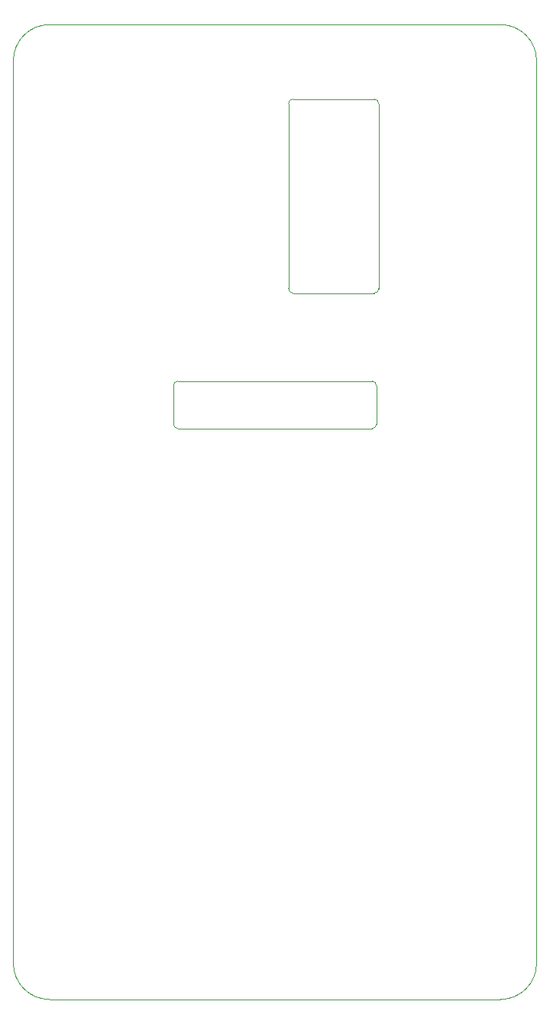
<source format=gbr>
%TF.GenerationSoftware,KiCad,Pcbnew,5.1.10*%
%TF.CreationDate,2021-12-05T17:02:08-05:00*%
%TF.ProjectId,display,64697370-6c61-4792-9e6b-696361645f70,v1.0*%
%TF.SameCoordinates,Original*%
%TF.FileFunction,Profile,NP*%
%FSLAX46Y46*%
G04 Gerber Fmt 4.6, Leading zero omitted, Abs format (unit mm)*
G04 Created by KiCad (PCBNEW 5.1.10) date 2021-12-05 17:02:08*
%MOMM*%
%LPD*%
G01*
G04 APERTURE LIST*
%TA.AperFunction,Profile*%
%ADD10C,0.050000*%
%TD*%
G04 APERTURE END LIST*
D10*
X230750000Y-115500000D02*
G75*
G02*
X231250000Y-116000000I0J-500000D01*
G01*
X231250000Y-120250000D02*
G75*
G02*
X230750000Y-120750000I-500000J0D01*
G01*
X209250000Y-120750000D02*
G75*
G02*
X208750000Y-120250000I0J500000D01*
G01*
X208750000Y-116000000D02*
G75*
G02*
X209250000Y-115500000I500000J0D01*
G01*
X230750000Y-115500000D02*
X209250000Y-115500000D01*
X231250000Y-120250000D02*
X231250000Y-116000000D01*
X209250000Y-120750000D02*
X230750000Y-120750000D01*
X208750000Y-116000000D02*
X208750000Y-120250000D01*
X231500000Y-105250000D02*
G75*
G02*
X231000000Y-105750000I-500000J0D01*
G01*
X222000000Y-105750000D02*
G75*
G02*
X221500000Y-105250000I0J500000D01*
G01*
X221500000Y-84750000D02*
G75*
G02*
X222000000Y-84250000I500000J0D01*
G01*
X231000000Y-84250000D02*
G75*
G02*
X231500000Y-84750000I0J-500000D01*
G01*
X222000000Y-84250000D02*
X231000000Y-84250000D01*
X221500000Y-105250000D02*
X221500000Y-84750000D01*
X231000000Y-105750000D02*
X222000000Y-105750000D01*
X231500000Y-84750000D02*
X231500000Y-105250000D01*
X249000000Y-180000000D02*
X249000000Y-80000000D01*
X249000000Y-180000000D02*
G75*
G02*
X245000000Y-184000000I-4000000J0D01*
G01*
X195000000Y-184000000D02*
G75*
G02*
X191000000Y-180000000I0J4000000D01*
G01*
X195000000Y-184000000D02*
X245000000Y-184000000D01*
X191000000Y-80000000D02*
X191000000Y-180000000D01*
X195000000Y-76000000D02*
X245000000Y-76000000D01*
X191000000Y-80000000D02*
G75*
G02*
X195000000Y-76000000I4000000J0D01*
G01*
X245000000Y-76000000D02*
G75*
G02*
X249000000Y-80000000I0J-4000000D01*
G01*
M02*

</source>
